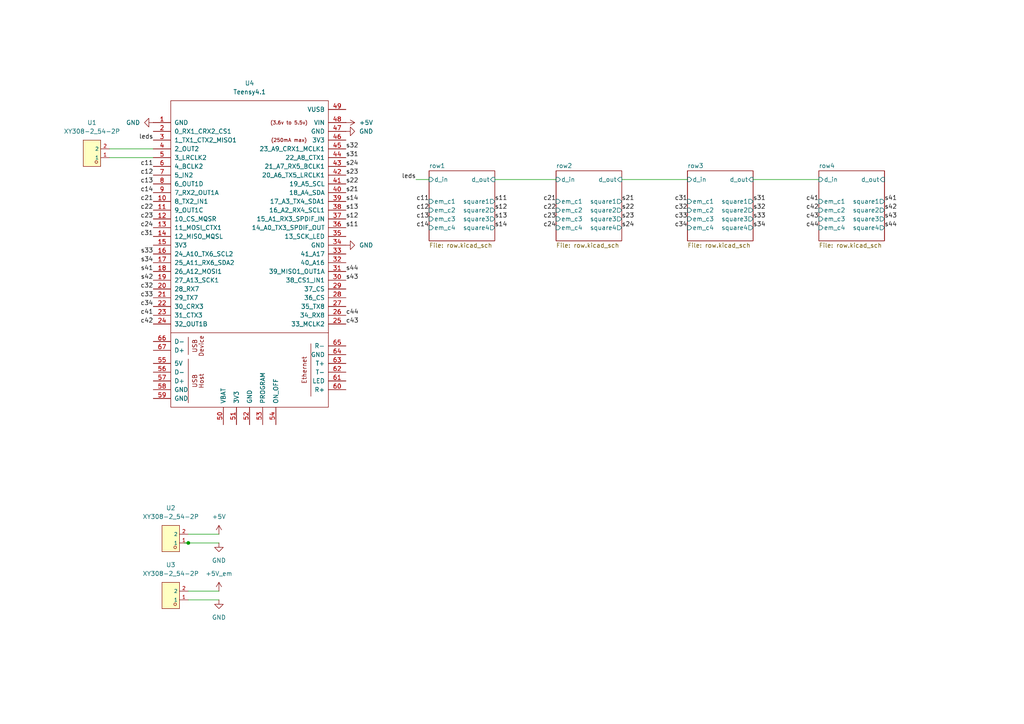
<source format=kicad_sch>
(kicad_sch (version 20231120) (generator "eeschema") (generator_version "8.0")
  (paper "A4")
  (lib_symbols
    (symbol "XY308-2_54-2P:XY308-2_54-2P"
      (property "Reference" "U" (at 0 1.27 0))
      (property "Value" "XY308-2_54-2P" (at 0 -2.54 0))
      (symbol "XY308-2_54-2P_0_1"
        (rectangle (start -2.54 3.81) (end 2.54 -3.81) (fill (type background)))
        (circle (center -1.27 2.54) (radius 0.381) (fill (type background)))
        (pin unspecified line (at -5.08 1.27 0) (length 2.54) (name "1") (number "1"))
        (pin unspecified line (at -5.08 -1.27 0) (length 2.54) (name "2") (number "2"))
      )
    )
    (symbol "power:+5V" (power) (pin_numbers hide) (pin_names (offset 0) hide)
      (property "Value" "+5V" (at 0 3.556 0))
      (symbol "+5V_0_1"
        (polyline (pts (xy -0.762 1.27) (xy 0 2.54)))
        (polyline (pts (xy 0 0) (xy 0 2.54)))
        (polyline (pts (xy 0 2.54) (xy 0.762 1.27)))
      )
      (symbol "+5V_1_1"
        (pin power_in line (at 0 0 90) (length 0) (name "~") (number "1"))
      )
    )
    (symbol "power:GND" (power) (pin_numbers hide) (pin_names (offset 0) hide)
      (property "Value" "GND" (at 0 -3.81 0))
      (symbol "GND_0_1"
        (polyline (pts (xy 0 0) (xy 0 -1.27) (xy 1.27 -1.27) (xy 0 -2.54) (xy -1.27 -1.27) (xy 0 -1.27)))
      )
      (symbol "GND_1_1"
        (pin power_in line (at 0 0 270) (length 0) (name "~") (number "1"))
      )
    )
    (symbol "teensy:Teensy4.1" (pin_names (offset 1.016))
      (property "Reference" "U" (at 0 64.77 0))
      (property "Value" "Teensy4.1" (at 0 62.23 0))
      (symbol "Teensy4.1_0_0"
        (polyline (pts (xy -22.86 -6.35) (xy 22.86 -6.35)))
        (polyline (pts (xy -17.78 -26.67) (xy -17.78 -13.97)))
        (polyline (pts (xy -17.78 -7.62) (xy -17.78 -12.7)))
        (polyline (pts (xy 17.78 -9.525) (xy 17.78 -24.765)))
        (text "(250mA max)" (at 11.43 49.53 0) (effects (font (size 1.016 1.016))))
        (text "(3.6v to 5.5v)" (at 11.43 54.61 0) (effects (font (size 1.016 1.016))))
        (text "Device" (at -13.97 -10.16 900) (effects (font (size 1.27 1.27))))
        (text "Ethernet" (at 15.875 -17.145 900) (effects (font (size 1.27 1.27))))
        (text "Host" (at -13.97 -20.32 900) (effects (font (size 1.27 1.27))))
        (text "USB" (at -15.875 -20.32 900) (effects (font (size 1.27 1.27))))
        (text "USB" (at -15.875 -10.16 900) (effects (font (size 1.27 1.27))))
        (pin bidirectional line (at -27.94 31.75 0) (length 5.08) (name "8_TX2_IN1") (number "10"))
        (pin bidirectional line (at -27.94 29.21 0) (length 5.08) (name "9_OUT1C") (number "11"))
        (pin bidirectional line (at -27.94 26.67 0) (length 5.08) (name "10_CS_MQSR") (number "12"))
        (pin bidirectional line (at -27.94 24.13 0) (length 5.08) (name "11_MOSI_CTX1") (number "13"))
        (pin bidirectional line (at -27.94 21.59 0) (length 5.08) (name "12_MISO_MQSL") (number "14"))
        (pin power_in line (at -27.94 19.05 0) (length 5.08) (name "3V3") (number "15"))
        (pin bidirectional line (at -27.94 16.51 0) (length 5.08) (name "24_A10_TX6_SCL2") (number "16"))
        (pin bidirectional line (at -27.94 13.97 0) (length 5.08) (name "25_A11_RX6_SDA2") (number "17"))
        (pin bidirectional line (at -27.94 11.43 0) (length 5.08) (name "26_A12_MOSI1") (number "18"))
        (pin bidirectional line (at -27.94 8.89 0) (length 5.08) (name "27_A13_SCK1") (number "19"))
        (pin bidirectional line (at -27.94 6.35 0) (length 5.08) (name "28_RX7") (number "20"))
        (pin bidirectional line (at -27.94 3.81 0) (length 5.08) (name "29_TX7") (number "21"))
        (pin bidirectional line (at -27.94 1.27 0) (length 5.08) (name "30_CRX3") (number "22"))
        (pin bidirectional line (at -27.94 -1.27 0) (length 5.08) (name "31_CTX3") (number "23"))
        (pin bidirectional line (at -27.94 -3.81 0) (length 5.08) (name "32_OUT1B") (number "24"))
        (pin bidirectional line (at 27.94 -3.81 180) (length 5.08) (name "33_MCLK2") (number "25"))
        (pin bidirectional line (at 27.94 -1.27 180) (length 5.08) (name "34_RX8") (number "26"))
        (pin bidirectional line (at 27.94 1.27 180) (length 5.08) (name "35_TX8") (number "27"))
        (pin bidirectional line (at 27.94 3.81 180) (length 5.08) (name "36_CS") (number "28"))
        (pin bidirectional line (at 27.94 6.35 180) (length 5.08) (name "37_CS") (number "29"))
        (pin bidirectional line (at 27.94 8.89 180) (length 5.08) (name "38_CS1_IN1") (number "30"))
        (pin bidirectional line (at 27.94 11.43 180) (length 5.08) (name "39_MISO1_OUT1A") (number "31"))
        (pin bidirectional line (at 27.94 13.97 180) (length 5.08) (name "40_A16") (number "32"))
        (pin bidirectional line (at 27.94 16.51 180) (length 5.08) (name "41_A17") (number "33"))
        (pin bidirectional line (at 27.94 21.59 180) (length 5.08) (name "13_SCK_LED") (number "35"))
        (pin bidirectional line (at 27.94 24.13 180) (length 5.08) (name "14_A0_TX3_SPDIF_OUT") (number "36"))
        (pin bidirectional line (at 27.94 26.67 180) (length 5.08) (name "15_A1_RX3_SPDIF_IN") (number "37"))
        (pin bidirectional line (at 27.94 29.21 180) (length 5.08) (name "16_A2_RX4_SCL1") (number "38"))
        (pin bidirectional line (at 27.94 31.75 180) (length 5.08) (name "17_A3_TX4_SDA1") (number "39"))
        (pin bidirectional line (at 27.94 34.29 180) (length 5.08) (name "18_A4_SDA") (number "40"))
        (pin bidirectional line (at 27.94 36.83 180) (length 5.08) (name "19_A5_SCL") (number "41"))
        (pin bidirectional line (at 27.94 39.37 180) (length 5.08) (name "20_A6_TX5_LRCLK1") (number "42"))
        (pin bidirectional line (at 27.94 41.91 180) (length 5.08) (name "21_A7_RX5_BCLK1") (number "43"))
        (pin bidirectional line (at 27.94 44.45 180) (length 5.08) (name "22_A8_CTX1") (number "44"))
        (pin bidirectional line (at 27.94 46.99 180) (length 5.08) (name "23_A9_CRX1_MCLK1") (number "45"))
        (pin output line (at 27.94 49.53 180) (length 5.08) (name "3V3") (number "46"))
        (pin output line (at 27.94 52.07 180) (length 5.08) (name "GND") (number "47"))
        (pin power_in line (at 27.94 54.61 180) (length 5.08) (name "VIN") (number "48"))
        (pin power_out line (at 27.94 58.42 180) (length 5.08) (name "VUSB") (number "49"))
        (pin bidirectional line (at -27.94 44.45 0) (length 5.08) (name "3_LRCLK2") (number "5"))
        (pin power_in line (at -7.62 -33.02 90) (length 5.08) (name "VBAT") (number "50"))
        (pin power_in line (at -3.81 -33.02 90) (length 5.08) (name "3V3") (number "51"))
        (pin input line (at 0 -33.02 90) (length 5.08) (name "GND") (number "52"))
        (pin input line (at 3.81 -33.02 90) (length 5.08) (name "PROGRAM") (number "53"))
        (pin input line (at 7.62 -33.02 90) (length 5.08) (name "ON_OFF") (number "54"))
        (pin power_out line (at -27.94 -15.24 0) (length 5.08) (name "5V") (number "55"))
        (pin bidirectional line (at -27.94 -17.78 0) (length 5.08) (name "D-") (number "56"))
        (pin bidirectional line (at -27.94 -20.32 0) (length 5.08) (name "D+") (number "57"))
        (pin power_in line (at -27.94 -22.86 0) (length 5.08) (name "GND") (number "58"))
        (pin power_in line (at -27.94 -25.4 0) (length 5.08) (name "GND") (number "59"))
        (pin bidirectional line (at -27.94 41.91 0) (length 5.08) (name "4_BCLK2") (number "6"))
        (pin bidirectional line (at 27.94 -22.86 180) (length 5.08) (name "R+") (number "60"))
        (pin bidirectional line (at 27.94 -20.32 180) (length 5.08) (name "LED") (number "61"))
        (pin bidirectional line (at 27.94 -17.78 180) (length 5.08) (name "T-") (number "62"))
        (pin bidirectional line (at 27.94 -15.24 180) (length 5.08) (name "T+") (number "63"))
        (pin power_in line (at 27.94 -12.7 180) (length 5.08) (name "GND") (number "64"))
        (pin bidirectional line (at 27.94 -10.16 180) (length 5.08) (name "R-") (number "65"))
        (pin bidirectional line (at -27.94 -8.89 0) (length 5.08) (name "D-") (number "66"))
        (pin bidirectional line (at -27.94 -11.43 0) (length 5.08) (name "D+") (number "67"))
        (pin bidirectional line (at -27.94 39.37 0) (length 5.08) (name "5_IN2") (number "7"))
        (pin bidirectional line (at -27.94 36.83 0) (length 5.08) (name "6_OUT1D") (number "8"))
        (pin bidirectional line (at -27.94 34.29 0) (length 5.08) (name "7_RX2_OUT1A") (number "9"))
      )
      (symbol "Teensy4.1_0_1"
        (rectangle (start -22.86 60.96) (end 22.86 -27.94))
        (rectangle (start -20.32 -1.27) (end -20.32 -1.27))
      )
      (symbol "Teensy4.1_1_1"
        (pin power_in line (at -27.94 54.61 0) (length 5.08) (name "GND") (number "1"))
        (pin bidirectional line (at -27.94 52.07 0) (length 5.08) (name "0_RX1_CRX2_CS1") (number "2"))
        (pin bidirectional line (at -27.94 49.53 0) (length 5.08) (name "1_TX1_CTX2_MISO1") (number "3"))
        (pin power_in line (at 27.94 19.05 180) (length 5.08) (name "GND") (number "34"))
        (pin bidirectional line (at -27.94 46.99 0) (length 5.08) (name "2_OUT2") (number "4"))
      )
    )
  )
  (junction (at 54.61 157.48))
  (wire (pts (xy 31.75 45.72) (xy 44.45 45.72)))
  (wire (pts (xy 218.44 52.07) (xy 237.49 52.07)))
  (wire (pts (xy 54.61 173.99) (xy 63.5 173.99)))
  (wire (pts (xy 53.34 157.48) (xy 54.61 157.48)))
  (wire (pts (xy 54.61 171.45) (xy 63.5 171.45)))
  (wire (pts (xy 120.65 52.07) (xy 124.46 52.07)))
  (wire (pts (xy 143.51 52.07) (xy 161.29 52.07)))
  (wire (pts (xy 54.61 157.48) (xy 63.5 157.48)))
  (wire (pts (xy 44.45 43.18) (xy 31.75 43.18)))
  (wire (pts (xy 63.5 154.94) (xy 54.61 154.94)))
  (wire (pts (xy 180.34 52.07) (xy 199.39 52.07)))
  (label "s24" (at 100.33 48.26 0))
  (label "s22" (at 100.33 53.34 0))
  (label "s34" (at 44.45 76.2 180))
  (label "c12" (at 44.45 50.8 180))
  (label "s23" (at 180.34 63.5 0))
  (label "s41" (at 256.54 58.42 0))
  (label "s22" (at 180.34 60.96 0))
  (label "s33" (at 44.45 73.66 180))
  (label "c31" (at 199.39 58.42 180))
  (label "s44" (at 256.54 66.04 0))
  (label "s11" (at 100.33 66.04 0))
  (label "c32" (at 199.39 60.96 180))
  (label "c43" (at 237.49 63.5 180))
  (label "c22" (at 161.29 60.96 180))
  (label "c42" (at 44.45 93.98 180))
  (label "c31" (at 44.45 68.58 180))
  (label "c41" (at 44.45 91.44 180))
  (label "c14" (at 44.45 55.88 180))
  (label "s43" (at 256.54 63.5 0))
  (label "c34" (at 44.45 88.9 180))
  (label "s34" (at 218.44 66.04 0))
  (label "leds" (at 120.65 52.07 180))
  (label "c24" (at 161.29 66.04 180))
  (label "c41" (at 237.49 58.42 180))
  (label "c13" (at 44.45 53.34 180))
  (label "s12" (at 100.33 63.5 0))
  (label "s21" (at 100.33 55.88 0))
  (label "c14" (at 124.46 66.04 180))
  (label "c43" (at 100.33 93.98 0))
  (label "c11" (at 124.46 58.42 180))
  (label "s42" (at 256.54 60.96 0))
  (label "c44" (at 100.33 91.44 0))
  (label "c12" (at 124.46 60.96 180))
  (label "s43" (at 100.33 81.28 0))
  (label "leds" (at 44.45 40.64 180))
  (label "s33" (at 218.44 63.5 0))
  (label "s31" (at 100.33 45.72 0))
  (label "c21" (at 44.45 58.42 180))
  (label "s14" (at 100.33 58.42 0))
  (label "c33" (at 199.39 63.5 180))
  (label "s13" (at 100.33 60.96 0))
  (label "s12" (at 143.51 60.96 0))
  (label "c34" (at 199.39 66.04 180))
  (label "c13" (at 124.46 63.5 180))
  (label "s44" (at 100.33 78.74 0))
  (label "s32" (at 100.33 43.18 0))
  (label "s24" (at 180.34 66.04 0))
  (label "c22" (at 44.45 60.96 180))
  (label "c44" (at 237.49 66.04 180))
  (label "s23" (at 100.33 50.8 0))
  (label "s13" (at 143.51 63.5 0))
  (label "c32" (at 44.45 83.82 180))
  (label "c21" (at 161.29 58.42 180))
  (label "s32" (at 218.44 60.96 0))
  (label "c33" (at 44.45 86.36 180))
  (label "s31" (at 218.44 58.42 0))
  (label "c23" (at 44.45 63.5 180))
  (label "s41" (at 44.45 78.74 180))
  (label "c42" (at 237.49 60.96 180))
  (label "s42" (at 44.45 81.28 180))
  (label "c11" (at 44.45 48.26 180))
  (label "s21" (at 180.34 58.42 0))
  (label "s11" (at 143.51 58.42 0))
  (label "s14" (at 143.51 66.04 0))
  (label "c23" (at 161.29 63.5 180))
  (label "c24" (at 44.45 66.04 180))
  (symbol (lib_id "XY308-2_54-2P:XY308-2_54-2P") (at 49.53 172.72 180) (unit 1)
    (property "Reference" "U3" (at 49.53 163.83 0))
    (property "Value" "XY308-2_54-2P" (at 49.53 166.37 0))
    (property "Footprint" "footprint:CONN-TH_XY308-2.54-2P" (effects (hide yes)))
    (property "Datasheet" "https://item.szlcsc.com/581048.html" (effects (hide yes)))
    (property "LCSC" "C557685" (effects (hide yes)))
  )
  (symbol (lib_id "power:+5V") (at 100.33 35.56 270) (unit 1)
    (property "Reference" "#PWR06" (effects (hide yes)))
    (property "Value" "+5V" (at 104.14 35.5599 90) (effects (justify left)))
    (property "Description" "Power symbol creates a global label with name \"+5V\"" (effects (hide yes)))
  )
  (symbol (lib_id "power:GND") (at 100.33 38.1 90) (unit 1)
    (property "Reference" "#PWR07" (effects (hide yes)))
    (property "Value" "GND" (at 104.14 38.0999 90) (effects (justify right)))
    (property "Description" "Power symbol creates a global label with name \"GND\" , ground" (effects (hide yes)))
  )
  (symbol (lib_id "XY308-2_54-2P:XY308-2_54-2P") (at 26.67 44.45 180) (unit 1)
    (property "Reference" "U1" (at 26.67 35.56 0))
    (property "Value" "XY308-2_54-2P" (at 26.67 38.1 0))
    (property "Footprint" "footprint:CONN-TH_XY308-2.54-2P" (effects (hide yes)))
    (property "Datasheet" "https://item.szlcsc.com/581048.html" (effects (hide yes)))
    (property "LCSC" "C557685" (effects (hide yes)))
  )
  (symbol (lib_id "power:GND") (at 63.5 157.48 0) (unit 1)
    (property "Reference" "#PWR03" (effects (hide yes)))
    (property "Value" "GND" (at 63.5 162.56 0))
    (property "Description" "Power symbol creates a global label with name \"GND\" , ground" (effects (hide yes)))
  )
  (symbol (lib_id "XY308-2_54-2P:XY308-2_54-2P") (at 49.53 156.21 180) (unit 1)
    (property "Reference" "U2" (at 49.53 147.32 0))
    (property "Value" "XY308-2_54-2P" (at 49.53 149.86 0))
    (property "Footprint" "footprint:CONN-TH_XY308-2.54-2P" (effects (hide yes)))
    (property "Datasheet" "https://item.szlcsc.com/581048.html" (effects (hide yes)))
    (property "LCSC" "C557685" (effects (hide yes)))
  )
  (symbol (lib_id "power:GND") (at 100.33 71.12 90) (unit 1)
    (property "Reference" "#PWR08" (effects (hide yes)))
    (property "Value" "GND" (at 104.14 71.1199 90) (effects (justify right)))
    (property "Description" "Power symbol creates a global label with name \"GND\" , ground" (effects (hide yes)))
  )
  (symbol (lib_id "teensy:Teensy4.1") (at 72.39 90.17 0) (unit 1)
    (property "Reference" "U4" (at 72.39 24.13 0))
    (property "Value" "Teensy4.1" (at 72.39 26.67 0))
    (property "Footprint" "teensy:Teensy41_SMT" (effects (hide yes)))
  )
  (symbol (lib_id "power:+5V") (at 63.5 171.45 0) (unit 1)
    (property "Reference" "#PWR04" (effects (hide yes)))
    (property "Value" "+5V_em" (at 63.5 166.37 0))
    (property "Description" "Power symbol creates a global label with name \"+5V\"" (effects (hide yes)))
  )
  (symbol (lib_id "power:+5V") (at 63.5 154.94 0) (unit 1)
    (property "Reference" "#PWR02" (effects (hide yes)))
    (property "Value" "+5V" (at 63.5 149.86 0))
    (property "Description" "Power symbol creates a global label with name \"+5V\"" (effects (hide yes)))
  )
  (symbol (lib_id "power:GND") (at 63.5 173.99 0) (unit 1)
    (property "Reference" "#PWR05" (effects (hide yes)))
    (property "Value" "GND" (at 63.5 179.07 0))
    (property "Description" "Power symbol creates a global label with name \"GND\" , ground" (effects (hide yes)))
  )
  (symbol (lib_id "power:GND") (at 44.45 35.56 270) (unit 1)
    (property "Reference" "#PWR01" (effects (hide yes)))
    (property "Value" "GND" (at 40.64 35.5599 90) (effects (justify right)))
    (property "Description" "Power symbol creates a global label with name \"GND\" , ground" (effects (hide yes)))
  )
  (sheet (at 161.29 49.53) (size 19.05 20.32) (stroke (width 0.1524))
    (property "Sheetname" "row2" (at 161.29 48.8184 0) (effects (justify left bottom)))
    (property "Sheetfile" "row.kicad_sch" (at 161.29 70.4346 0) (effects (justify left top)))
    (pin "em_c1" input (at 161.29 58.42 180))
    (pin "d_out" input (at 180.34 52.07 0))
    (pin "em_c2" input (at 161.29 60.96 180))
    (pin "em_c3" input (at 161.29 63.5 180))
    (pin "d_in" input (at 161.29 52.07 180))
    (pin "em_c4" input (at 161.29 66.04 180))
    (pin "square3" output (at 180.34 63.5 0))
    (pin "square2" output (at 180.34 60.96 0))
    (pin "square4" output (at 180.34 66.04 0))
    (pin "square1" output (at 180.34 58.42 0))
  )
  (sheet (at 199.39 49.53) (size 19.05 20.32) (stroke (width 0.1524))
    (property "Sheetname" "row3" (at 199.39 48.8184 0) (effects (justify left bottom)))
    (property "Sheetfile" "row.kicad_sch" (at 199.39 70.4346 0) (effects (justify left top)))
    (pin "em_c1" input (at 199.39 58.42 180))
    (pin "d_out" input (at 218.44 52.07 0))
    (pin "em_c2" input (at 199.39 60.96 180))
    (pin "em_c3" input (at 199.39 63.5 180))
    (pin "d_in" input (at 199.39 52.07 180))
    (pin "em_c4" input (at 199.39 66.04 180))
    (pin "square3" output (at 218.44 63.5 0))
    (pin "square2" output (at 218.44 60.96 0))
    (pin "square4" output (at 218.44 66.04 0))
    (pin "square1" output (at 218.44 58.42 0))
  )
  (sheet (at 237.49 49.53) (size 19.05 20.32) (stroke (width 0.1524))
    (property "Sheetname" "row4" (at 237.49 48.8184 0) (effects (justify left bottom)))
    (property "Sheetfile" "row.kicad_sch" (at 237.49 70.4346 0) (effects (justify left top)))
    (pin "em_c1" input (at 237.49 58.42 180))
    (pin "d_out" input (at 256.54 52.07 0))
    (pin "em_c2" input (at 237.49 60.96 180))
    (pin "em_c3" input (at 237.49 63.5 180))
    (pin "d_in" input (at 237.49 52.07 180))
    (pin "em_c4" input (at 237.49 66.04 180))
    (pin "square3" output (at 256.54 63.5 0))
    (pin "square2" output (at 256.54 60.96 0))
    (pin "square4" output (at 256.54 66.04 0))
    (pin "square1" output (at 256.54 58.42 0))
  )
  (sheet (at 124.46 49.53) (size 19.05 20.32) (stroke (width 0.1524))
    (property "Sheetname" "row1" (at 124.46 48.8184 0) (effects (justify left bottom)))
    (property "Sheetfile" "row.kicad_sch" (at 124.46 70.4346 0) (effects (justify left top)))
    (pin "em_c1" input (at 124.46 58.42 180))
    (pin "d_out" input (at 143.51 52.07 0))
    (pin "em_c2" input (at 124.46 60.96 180))
    (pin "em_c3" input (at 124.46 63.5 180))
    (pin "d_in" input (at 124.46 52.07 180))
    (pin "em_c4" input (at 124.46 66.04 180))
    (pin "square3" output (at 143.51 63.5 0))
    (pin "square2" output (at 143.51 60.96 0))
    (pin "square4" output (at 143.51 66.04 0))
    (pin "square1" output (at 143.51 58.42 0))
  )
)
</source>
